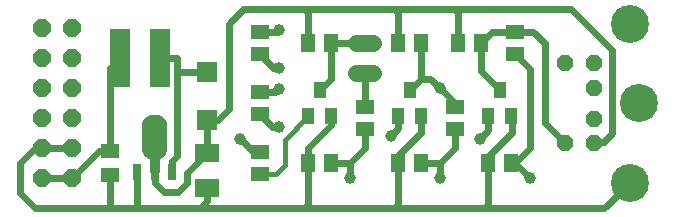
<source format=gtl>
G75*
%MOIN*%
%OFA0B0*%
%FSLAX24Y24*%
%IPPOS*%
%LPD*%
%AMOC8*
5,1,8,0,0,1.08239X$1,22.5*
%
%ADD10R,0.0394X0.0551*%
%ADD11OC8,0.0554*%
%ADD12C,0.1266*%
%ADD13OC8,0.0600*%
%ADD14R,0.0512X0.0591*%
%ADD15R,0.0591X0.0512*%
%ADD16R,0.0709X0.1969*%
%ADD17R,0.0669X0.0709*%
%ADD18R,0.0787X0.0591*%
%ADD19R,0.0630X0.0512*%
%ADD20C,0.0560*%
%ADD21R,0.0315X0.0551*%
%ADD22R,0.0315X0.0748*%
%ADD23C,0.0118*%
%ADD24C,0.0240*%
%ADD25C,0.0396*%
%ADD26C,0.0160*%
D10*
X013376Y003667D03*
X014124Y003667D03*
X016376Y003667D03*
X017124Y003667D03*
X019376Y003667D03*
X020124Y003667D03*
X019750Y004533D03*
X016750Y004533D03*
X013750Y004533D03*
D11*
X021919Y005439D03*
X022904Y005439D03*
X022904Y004612D03*
X022904Y003588D03*
X022904Y002761D03*
X021919Y002761D03*
D12*
X024400Y004100D03*
X024085Y001443D03*
X024085Y006757D03*
D13*
X005500Y006600D03*
X004500Y006600D03*
X004500Y005600D03*
X005500Y005600D03*
X005500Y004600D03*
X004500Y004600D03*
X004500Y003600D03*
X005500Y003600D03*
X005500Y002600D03*
X004500Y002600D03*
X004500Y001600D03*
X005500Y001600D03*
D14*
X013376Y002100D03*
X014124Y002100D03*
X016376Y002100D03*
X017124Y002100D03*
X019376Y002100D03*
X020124Y002100D03*
X019124Y006100D03*
X018376Y006100D03*
X017124Y006100D03*
X016376Y006100D03*
X014124Y006100D03*
X013376Y006100D03*
D15*
X011750Y005726D03*
X011750Y006474D03*
X011750Y004474D03*
X011750Y003726D03*
X015250Y003974D03*
X015250Y003226D03*
X018250Y003226D03*
X018250Y003974D03*
X020250Y005726D03*
X020250Y006474D03*
X011750Y002474D03*
X011750Y001726D03*
D16*
X008419Y005600D03*
X007081Y005600D03*
D17*
X010000Y005157D03*
X010000Y003543D03*
D18*
X010000Y002441D03*
X010000Y001259D03*
D19*
X006750Y001706D03*
X006750Y002494D03*
D20*
X014970Y005100D02*
X015530Y005100D01*
X015530Y006100D02*
X014970Y006100D01*
D21*
X008840Y001820D03*
X007660Y001820D03*
D22*
X008250Y001920D03*
D23*
X008152Y001915D02*
X008348Y001915D01*
X008348Y001798D02*
X008152Y001798D01*
X008152Y001793D02*
X008152Y002305D01*
X008104Y002309D01*
X008057Y002323D01*
X008015Y002346D01*
X007978Y002377D01*
X007947Y002414D01*
X007924Y002457D01*
X007910Y002503D01*
X007906Y002551D01*
X007906Y003407D01*
X007915Y003460D01*
X007936Y003510D01*
X007967Y003554D01*
X008008Y003590D01*
X008055Y003616D01*
X008107Y003631D01*
X008161Y003633D01*
X008348Y003633D01*
X008402Y003629D01*
X008454Y003612D01*
X008500Y003584D01*
X008539Y003547D01*
X008568Y003501D01*
X008587Y003451D01*
X008594Y003397D01*
X008594Y002551D01*
X008590Y002503D01*
X008576Y002457D01*
X008553Y002414D01*
X008522Y002377D01*
X008485Y002346D01*
X008443Y002323D01*
X008396Y002309D01*
X008348Y002305D01*
X008348Y001793D01*
X008152Y001793D01*
X008152Y002031D02*
X008348Y002031D01*
X008348Y002148D02*
X008152Y002148D01*
X008152Y002264D02*
X008348Y002264D01*
X008526Y002381D02*
X007974Y002381D01*
X007912Y002498D02*
X008588Y002498D01*
X008594Y002614D02*
X007906Y002614D01*
X007906Y002731D02*
X008594Y002731D01*
X008594Y002847D02*
X007906Y002847D01*
X007906Y002964D02*
X008594Y002964D01*
X008594Y003081D02*
X007906Y003081D01*
X007906Y003197D02*
X008594Y003197D01*
X008594Y003314D02*
X007906Y003314D01*
X007910Y003431D02*
X008590Y003431D01*
X008538Y003547D02*
X007962Y003547D01*
D24*
X004250Y000600D02*
X003750Y001100D01*
X003750Y002100D01*
X004250Y002600D01*
X004500Y002600D01*
X005500Y002600D01*
X006394Y002494D02*
X005500Y001600D01*
X004500Y001600D01*
X006750Y001706D02*
X006750Y000600D01*
X007750Y000600D01*
X007660Y000690D01*
X007660Y001820D01*
X008250Y001920D02*
X008250Y001443D01*
X008549Y001143D01*
X009041Y001143D01*
X009337Y001439D01*
X009337Y001777D01*
X010000Y002441D01*
X010000Y003543D01*
X010358Y003543D01*
X010715Y003899D01*
X010715Y006754D01*
X011207Y007246D01*
X013250Y007246D01*
X013376Y007120D01*
X013376Y006100D01*
X014124Y006100D02*
X014124Y004907D01*
X013750Y004533D01*
X012388Y004588D02*
X012274Y004474D01*
X011750Y004474D01*
X010000Y005157D02*
X009057Y005157D01*
X009000Y005100D01*
X009000Y005600D01*
X008419Y005600D01*
X007081Y005600D02*
X006750Y005269D01*
X006750Y002494D01*
X006394Y002494D01*
X008840Y002190D02*
X008840Y001820D01*
X008840Y002190D02*
X009000Y002350D01*
X009000Y005100D01*
X011750Y005726D02*
X012199Y005277D01*
X012388Y005277D01*
X014124Y006100D02*
X015250Y006100D01*
X016376Y006100D02*
X016376Y007120D01*
X016250Y007246D01*
X018250Y007246D01*
X018376Y007120D01*
X018376Y006100D01*
X019124Y006100D02*
X019124Y005159D01*
X019750Y004533D01*
X018250Y004100D02*
X017750Y004600D01*
X017443Y004907D01*
X017124Y004907D01*
X016750Y004533D01*
X017124Y004907D02*
X017124Y006100D01*
X019124Y006100D02*
X019498Y006474D01*
X020250Y006474D01*
X020876Y006474D01*
X021250Y006100D01*
X021250Y003431D01*
X021919Y002761D01*
X022904Y002761D02*
X022959Y002817D01*
X023215Y002817D01*
X023510Y003112D01*
X023510Y005868D01*
X022132Y007246D01*
X018250Y007246D01*
X016250Y007246D02*
X013250Y007246D01*
X012388Y006557D02*
X012305Y006474D01*
X011750Y006474D01*
X015250Y005100D02*
X015250Y003974D01*
X016376Y003667D02*
X016376Y003261D01*
X016128Y003013D01*
X016376Y002376D02*
X017112Y003112D01*
X017112Y003655D01*
X017124Y003667D01*
X018250Y003974D02*
X018250Y004100D01*
X019376Y003667D02*
X019376Y003210D01*
X019081Y002915D01*
X018250Y003226D02*
X018250Y002600D01*
X017750Y002100D01*
X017750Y001600D01*
X017750Y002100D02*
X017124Y002100D01*
X016376Y002100D02*
X016376Y002376D01*
X016376Y002100D02*
X016376Y000726D01*
X016250Y000600D01*
X019250Y000600D01*
X023242Y000600D01*
X024085Y001443D01*
X020750Y001600D02*
X020250Y002100D01*
X020124Y002100D01*
X020250Y002100D02*
X020750Y002600D01*
X020750Y005226D01*
X020250Y005726D01*
X020124Y003667D02*
X020163Y003628D01*
X020163Y003112D01*
X019376Y002324D01*
X019376Y002100D01*
X019376Y000726D01*
X019250Y000600D01*
X016250Y000600D02*
X013250Y000600D01*
X013376Y000726D01*
X013376Y002100D01*
X013372Y002104D01*
X013372Y002620D01*
X014124Y003372D01*
X014124Y003667D01*
X015250Y003226D02*
X015250Y002600D01*
X014750Y002100D01*
X014750Y001600D01*
X014750Y002100D02*
X014124Y002100D01*
X011750Y002474D02*
X011549Y002474D01*
X011108Y002915D01*
X011750Y003726D02*
X012167Y003309D01*
X012388Y003309D01*
X010000Y001259D02*
X010000Y000850D01*
X009750Y000600D01*
X013250Y000600D01*
X009750Y000600D02*
X007750Y000600D01*
X006750Y000600D02*
X004250Y000600D01*
D25*
X011108Y002915D03*
X012388Y003309D03*
X016128Y003013D03*
X019081Y002915D03*
X017750Y001600D03*
X014750Y001600D03*
X020750Y001600D03*
X012388Y004588D03*
X012388Y005277D03*
X012388Y006557D03*
X017750Y004600D03*
D26*
X013376Y003667D02*
X012585Y002876D01*
X012585Y002029D01*
X012281Y001726D01*
X011750Y001726D01*
M02*

</source>
